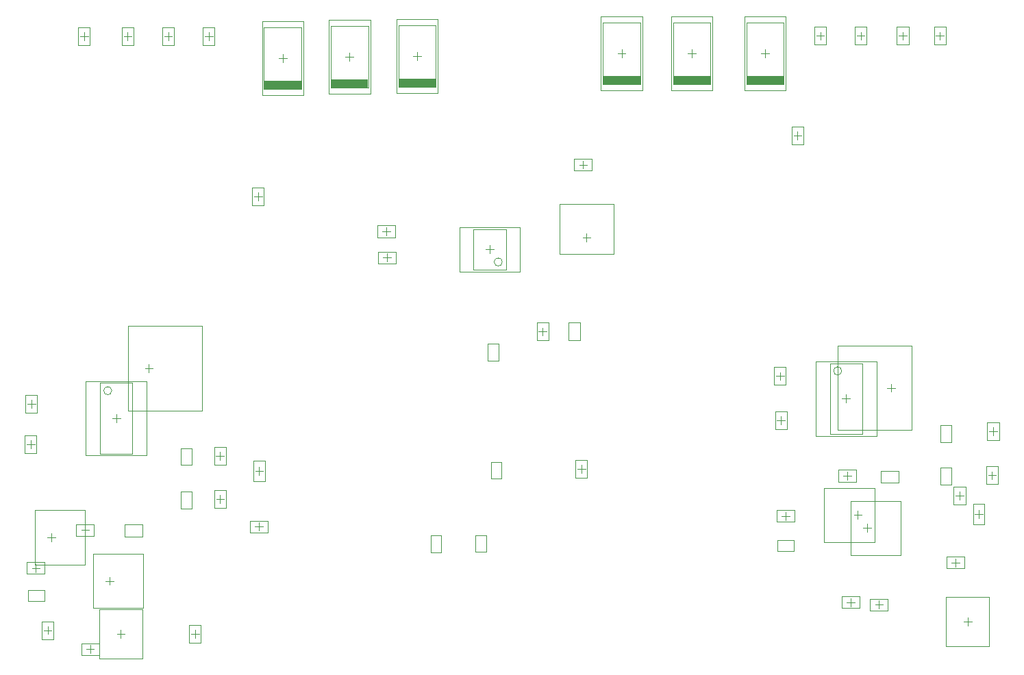
<source format=gm1>
%FSLAX44Y44*%
%MOMM*%
G71*
G01*
G75*
G04 Layer_Color=16711935*
%ADD10O,1.9500X0.6000*%
%ADD11R,1.5000X1.0000*%
%ADD12R,1.0000X1.5000*%
%ADD13R,0.8000X1.2000*%
%ADD14R,1.2000X0.6000*%
%ADD15R,2.2000X1.2000*%
%ADD16R,3.0500X1.1000*%
%ADD17R,6.5000X5.5500*%
%ADD18R,1.1000X3.0500*%
%ADD19R,5.5500X6.5000*%
%ADD20R,1.1000X1.3500*%
%ADD21R,1.3500X1.1000*%
%ADD22R,1.2500X1.4500*%
%ADD23R,1.4500X1.2500*%
%ADD24R,1.5000X1.2000*%
%ADD25R,1.5000X1.0000*%
%ADD26C,1.0000*%
%ADD27C,0.6000*%
%ADD28C,1.5000*%
%ADD29C,0.8000*%
%ADD30C,0.4000*%
%ADD31C,0.3000*%
%ADD32C,0.2000*%
%ADD33C,0.1000*%
%ADD34R,4.6000X1.0222*%
%ADD35R,1.5000X1.5000*%
%ADD36C,1.5000*%
%ADD37R,1.5000X1.5000*%
%ADD38R,1.5240X1.5240*%
%ADD39C,1.5240*%
%ADD40C,4.7600*%
%ADD41R,1.6900X1.6900*%
%ADD42C,1.6900*%
%ADD43O,2.5000X1.5000*%
%ADD44C,0.7000*%
%ADD45C,1.2700*%
%ADD46R,5.3000X2.8000*%
%ADD47R,6.0000X2.1000*%
%ADD48R,3.9500X2.0500*%
%ADD49R,9.4000X6.8000*%
%ADD50R,2.4500X2.5500*%
%ADD51R,8.0000X10.0000*%
%ADD52C,0.5000*%
%ADD53C,0.2500*%
%ADD54C,0.2540*%
%ADD55C,0.0254*%
%ADD56C,0.1540*%
%ADD57C,0.1500*%
%ADD58O,2.1500X0.8000*%
%ADD59R,1.7000X1.2000*%
%ADD60R,1.2000X1.7000*%
%ADD61R,1.0000X1.4000*%
%ADD62R,1.4000X0.8000*%
%ADD63R,2.4000X1.4000*%
%ADD64R,3.2500X1.3000*%
%ADD65R,6.7000X5.7500*%
%ADD66R,1.3000X3.2500*%
%ADD67R,5.7500X6.7000*%
%ADD68R,1.3000X1.5500*%
%ADD69R,1.5500X1.3000*%
%ADD70R,1.4500X1.6500*%
%ADD71R,1.6500X1.4500*%
%ADD72R,1.7000X1.4000*%
%ADD73R,1.7000X1.2000*%
%ADD74R,1.7000X1.7000*%
%ADD75C,1.7000*%
%ADD76R,1.7000X1.7000*%
%ADD77R,1.6256X1.6256*%
%ADD78C,1.6256*%
%ADD79C,4.9600*%
%ADD80R,1.8900X1.8900*%
%ADD81C,1.8900*%
%ADD82O,2.7000X1.7000*%
%ADD83C,0.9000*%
%ADD84C,1.4700*%
%ADD85R,5.5000X3.0000*%
%ADD86R,6.2000X2.3000*%
%ADD87R,4.1500X2.2500*%
%ADD88R,9.6000X7.0000*%
%ADD89R,2.6500X2.7500*%
%ADD90R,8.2000X10.2000*%
%ADD91R,1.3080X1.0160*%
%ADD92R,1.3330X1.0160*%
D33*
X656000Y680000D02*
G03*
X656000Y680000I-5000J0D01*
G01*
X173250Y520750D02*
G03*
X173250Y520750I-5000J0D01*
G01*
X1075500Y545250D02*
G03*
X1075500Y545250I-5000J0D01*
G01*
X660500Y670500D02*
Y720500D01*
X620500Y670500D02*
Y720500D01*
Y670500D02*
X660500D01*
X620500Y720500D02*
X660500D01*
X746500Y413000D02*
X761000D01*
X746500Y435000D02*
X761000D01*
X746500Y413000D02*
Y435000D01*
X761000Y413000D02*
Y435000D01*
X81000Y493250D02*
Y515250D01*
X66500Y493250D02*
Y515250D01*
X81000D01*
X66500Y493250D02*
X81000D01*
X131750Y970000D02*
X146250D01*
X131750Y948000D02*
X146250D01*
X131750D02*
Y970000D01*
X146250Y948000D02*
Y970000D01*
X1204250Y948500D02*
Y970500D01*
X1189750Y948500D02*
Y970500D01*
Y948500D02*
X1204250D01*
X1189750Y970500D02*
X1204250D01*
X269000Y230750D02*
X283500D01*
X269000Y208750D02*
X283500D01*
X269000D02*
Y230750D01*
X283500Y208750D02*
Y230750D01*
X1228500Y380000D02*
Y402000D01*
X1214000Y380000D02*
Y402000D01*
Y380000D02*
X1228500D01*
X1214000Y402000D02*
X1228500D01*
X151500Y341250D02*
Y355750D01*
X129500Y341250D02*
Y355750D01*
Y341250D02*
X151500D01*
X129500Y355750D02*
X151500D01*
X1071250Y422750D02*
X1093250D01*
X1071250Y408250D02*
X1093250D01*
X1071250D02*
Y422750D01*
X1093250Y408250D02*
Y422750D01*
X698500Y582750D02*
X713000D01*
X698500Y604750D02*
X713000D01*
X698500Y582750D02*
Y604750D01*
X713000Y582750D02*
Y604750D01*
X68500Y308750D02*
X90500D01*
X68500Y294250D02*
X90500D01*
X68500D02*
Y308750D01*
X90500Y294250D02*
Y308750D01*
X185750Y970000D02*
X200250D01*
X185750Y948000D02*
X200250D01*
X185750D02*
Y970000D01*
X200250Y948000D02*
Y970000D01*
X1158250Y948500D02*
Y970500D01*
X1143750Y948500D02*
Y970500D01*
Y948500D02*
X1158250D01*
X1143750Y970500D02*
X1158250D01*
X86750Y213500D02*
X101250D01*
X86750Y235500D02*
X101250D01*
Y213500D02*
Y235500D01*
X86750Y213500D02*
Y235500D01*
X1076000Y266250D02*
X1098000D01*
X1076000Y251750D02*
X1098000D01*
Y266250D01*
X1076000Y251750D02*
Y266250D01*
X157500Y193750D02*
Y208250D01*
X135500Y193750D02*
Y208250D01*
Y193750D02*
X157500D01*
X135500Y208250D02*
X157500D01*
X1110750Y263500D02*
X1132750D01*
X1110750Y249000D02*
X1132750D01*
X1110750D02*
Y263500D01*
X1132750Y249000D02*
Y263500D01*
X250250Y948000D02*
Y970000D01*
X235750Y948000D02*
Y970000D01*
Y948000D02*
X250250D01*
X235750Y970000D02*
X250250D01*
X1091750Y970500D02*
X1106250D01*
X1091750Y948500D02*
X1106250D01*
X1091750D02*
Y970500D01*
X1106250Y948500D02*
Y970500D01*
X65750Y443500D02*
Y465500D01*
X80250Y443500D02*
Y465500D01*
X65750Y443500D02*
X80250D01*
X65750Y465500D02*
X80250D01*
X286000Y970000D02*
X300500D01*
X286000Y948000D02*
X300500D01*
X286000D02*
Y970000D01*
X300500Y948000D02*
Y970000D01*
X1056250Y948500D02*
Y970500D01*
X1041750Y948500D02*
Y970500D01*
Y948500D02*
X1056250D01*
X1041750Y970500D02*
X1056250D01*
X300000Y376000D02*
X314500D01*
X300000Y398000D02*
X314500D01*
X300000Y376000D02*
Y398000D01*
X314500Y376000D02*
Y398000D01*
X314250Y429250D02*
Y451250D01*
X299750Y429250D02*
Y451250D01*
X314250D01*
X299750Y429250D02*
X314250D01*
X366000Y345500D02*
Y360000D01*
X344000Y345500D02*
Y360000D01*
Y345500D02*
X366000D01*
X344000Y360000D02*
X366000D01*
X993250Y473000D02*
Y495000D01*
X1007750Y473000D02*
Y495000D01*
X993250Y473000D02*
X1007750D01*
X993250Y495000D02*
X1007750D01*
X1017000Y358500D02*
Y373000D01*
X995000Y358500D02*
Y373000D01*
Y358500D02*
X1017000D01*
X995000Y373000D02*
X1017000D01*
X1006500Y527750D02*
Y549750D01*
X992000Y527750D02*
Y549750D01*
X1006500D01*
X992000Y527750D02*
X1006500D01*
X1255500Y459500D02*
X1270000D01*
X1255500Y481500D02*
X1270000D01*
X1255500Y459500D02*
Y481500D01*
X1270000Y459500D02*
Y481500D01*
X1205500Y315500D02*
X1227500D01*
X1205500Y301000D02*
X1227500D01*
X1205500D02*
Y315500D01*
X1227500Y301000D02*
Y315500D01*
X501500Y710500D02*
Y725000D01*
X523500Y710500D02*
Y725000D01*
X501500D02*
X523500D01*
X501500Y710500D02*
X523500D01*
X502500Y678250D02*
X524500D01*
X502500Y692750D02*
X524500D01*
Y678250D02*
Y692750D01*
X502500Y678250D02*
Y692750D01*
X1254250Y405000D02*
X1268750D01*
X1254250Y427000D02*
X1268750D01*
X1254250Y405000D02*
Y427000D01*
X1268750Y405000D02*
Y427000D01*
X1238000Y355250D02*
X1252000D01*
X1238000Y380750D02*
X1252000D01*
Y355250D02*
Y380750D01*
X1238000Y355250D02*
Y380750D01*
X348500Y409000D02*
Y434500D01*
X362500Y409000D02*
Y434500D01*
X348500D02*
X362500D01*
X348500Y409000D02*
X362500D01*
X157850Y250500D02*
X211150D01*
X157850Y189500D02*
X211150D01*
X157850D02*
Y250500D01*
X211150Y189500D02*
Y250500D01*
X1257900Y204500D02*
Y265500D01*
X1204600Y204500D02*
Y265500D01*
Y204500D02*
X1257900D01*
X1204600Y265500D02*
X1257900D01*
X1013750Y825250D02*
X1028250D01*
X1013750Y847250D02*
X1028250D01*
Y825250D02*
Y847250D01*
X1013750Y825250D02*
Y847250D01*
X78250Y305750D02*
Y372750D01*
X140250Y305750D02*
Y372750D01*
X78250Y305750D02*
X140250D01*
X78250Y372750D02*
X140250D01*
X1054000Y333500D02*
X1116000D01*
X1054000Y400500D02*
X1116000D01*
X1054000Y333500D02*
Y400500D01*
X1116000Y333500D02*
Y400500D01*
X150000Y252000D02*
Y319000D01*
X212000Y252000D02*
Y319000D01*
X150000D02*
X212000D01*
X150000Y252000D02*
X212000D01*
X1086250Y317500D02*
X1148250D01*
X1086250Y384500D02*
X1148250D01*
Y317500D02*
Y384500D01*
X1086250Y317500D02*
Y384500D01*
X726750Y689750D02*
X793750D01*
X726750Y751750D02*
X793750D01*
X726750Y689750D02*
Y751750D01*
X793750Y689750D02*
Y751750D01*
X193750Y496250D02*
Y600750D01*
X285150Y496250D02*
Y600750D01*
X193750Y496250D02*
X285150D01*
X193750Y600750D02*
X285150D01*
X1070600Y576500D02*
X1162000D01*
X1070600Y472000D02*
X1162000D01*
X1070600D02*
Y576500D01*
X1162000Y472000D02*
Y576500D01*
X90500Y260750D02*
Y274250D01*
X69500Y260750D02*
Y274250D01*
Y260750D02*
X90500D01*
X69500Y274250D02*
X90500D01*
X272000Y428750D02*
Y449750D01*
X258500Y428750D02*
Y449750D01*
X272000D01*
X258500Y428750D02*
X272000D01*
X258500Y375250D02*
X272000D01*
X258500Y396250D02*
X272000D01*
X258500Y375250D02*
Y396250D01*
X272000Y375250D02*
Y396250D01*
X637750Y557750D02*
Y578750D01*
X651250Y557750D02*
Y578750D01*
X637750Y557750D02*
X651250D01*
X637750Y578750D02*
X651250D01*
X622500Y321250D02*
X636000D01*
X622500Y342250D02*
X636000D01*
X622500Y321250D02*
Y342250D01*
X636000Y321250D02*
Y342250D01*
X995750Y336250D02*
X1016750D01*
X995750Y322750D02*
X1016750D01*
X995750D02*
Y336250D01*
X1016750Y322750D02*
Y336250D01*
X1197250Y457000D02*
X1210750D01*
X1197250Y478000D02*
X1210750D01*
X1197250Y457000D02*
Y478000D01*
X1210750Y457000D02*
Y478000D01*
X1211250Y404750D02*
Y425750D01*
X1197750Y404750D02*
Y425750D01*
X1211250D01*
X1197750Y404750D02*
X1211250D01*
X641750Y411750D02*
X655250D01*
X641750Y432750D02*
X655250D01*
X641750Y411750D02*
Y432750D01*
X655250Y411750D02*
Y432750D01*
X580750Y320500D02*
Y341500D01*
X567250Y320500D02*
Y341500D01*
X580750D01*
X567250Y320500D02*
X580750D01*
X189250Y340500D02*
Y355000D01*
X211250Y340500D02*
Y355000D01*
X189250D02*
X211250D01*
X189250Y340500D02*
X211250D01*
X1124250Y406750D02*
X1146250D01*
X1124250Y421250D02*
X1146250D01*
Y406750D02*
Y421250D01*
X1124250Y406750D02*
Y421250D01*
X737750Y583250D02*
X752250D01*
X737750Y605250D02*
X752250D01*
X737750Y583250D02*
Y605250D01*
X752250Y583250D02*
Y605250D01*
X767000Y793000D02*
Y807500D01*
X745000Y793000D02*
Y807500D01*
Y793000D02*
X767000D01*
X745000Y807500D02*
X767000D01*
X158750Y442750D02*
Y530250D01*
X198750Y442750D02*
Y530250D01*
X158750D02*
X198750D01*
X158750Y442750D02*
X198750D01*
X1061000Y467250D02*
X1101000D01*
X1061000Y554750D02*
X1101000D01*
Y467250D02*
Y554750D01*
X1061000Y467250D02*
Y554750D01*
X347000Y749750D02*
Y771750D01*
X361500Y749750D02*
Y771750D01*
X347000D02*
X361500D01*
X347000Y749750D02*
X361500D01*
X527500Y896500D02*
Y972500D01*
X573500Y896500D02*
Y972500D01*
X527500D02*
X573500D01*
X527500Y896500D02*
X573500D01*
X444250Y895750D02*
Y971750D01*
X490250Y895750D02*
Y971750D01*
X444250D02*
X490250D01*
X444250Y895750D02*
X490250D01*
X361500Y894000D02*
X407500D01*
X361500Y970000D02*
X407500D01*
Y894000D02*
Y970000D01*
X361500Y894000D02*
Y970000D01*
X958000Y899750D02*
X1004000D01*
X958000Y975750D02*
X1004000D01*
Y899750D02*
Y975750D01*
X958000Y899750D02*
Y975750D01*
X867000Y899750D02*
X913000D01*
X867000Y975750D02*
X913000D01*
Y899750D02*
Y975750D01*
X867000Y899750D02*
Y975750D01*
X780500Y900000D02*
Y976000D01*
X826500Y900000D02*
Y976000D01*
X780500D02*
X826500D01*
X780500Y900000D02*
X826500D01*
X678000Y668000D02*
Y723000D01*
X603000Y668000D02*
Y723000D01*
Y668000D02*
X678000D01*
X603000Y723000D02*
X678000D01*
X635500Y695500D02*
X645500D01*
X640500Y690500D02*
Y700500D01*
X748750Y424000D02*
X758750D01*
X753750Y419000D02*
Y429000D01*
X73750Y499250D02*
Y509250D01*
X68750Y504250D02*
X78750D01*
X134000Y959000D02*
X144000D01*
X139000Y954000D02*
Y964000D01*
X1197000Y954500D02*
Y964500D01*
X1192000Y959500D02*
X1202000D01*
X271250Y219750D02*
X281250D01*
X276250Y214750D02*
Y224750D01*
X1221250Y386000D02*
Y396000D01*
X1216250Y391000D02*
X1226250D01*
X140500Y343500D02*
Y353500D01*
X135500Y348500D02*
X145500D01*
X1077250Y415500D02*
X1087250D01*
X1082250Y410500D02*
Y420500D01*
X700750Y593750D02*
X710750D01*
X705750Y588750D02*
Y598750D01*
X74500Y301500D02*
X84500D01*
X79500Y296500D02*
Y306500D01*
X188000Y959000D02*
X198000D01*
X193000Y954000D02*
Y964000D01*
X1151000Y954500D02*
Y964500D01*
X1146000Y959500D02*
X1156000D01*
X89000Y224500D02*
X99000D01*
X94000Y219500D02*
Y229500D01*
X1082000Y259000D02*
X1092000D01*
X1087000Y254000D02*
Y264000D01*
X146500Y196000D02*
Y206000D01*
X141500Y201000D02*
X151500D01*
X1116750Y256250D02*
X1126750D01*
X1121750Y251250D02*
Y261250D01*
X243000Y954000D02*
Y964000D01*
X238000Y959000D02*
X248000D01*
X1094000Y959500D02*
X1104000D01*
X1099000Y954500D02*
Y964500D01*
X73000Y449500D02*
Y459500D01*
X68000Y454500D02*
X78000D01*
X288250Y959000D02*
X298250D01*
X293250Y954000D02*
Y964000D01*
X1049000Y954500D02*
Y964500D01*
X1044000Y959500D02*
X1054000D01*
X302250Y387000D02*
X312250D01*
X307250Y382000D02*
Y392000D01*
X307000Y435250D02*
Y445250D01*
X302000Y440250D02*
X312000D01*
X355000Y347750D02*
Y357750D01*
X350000Y352750D02*
X360000D01*
X1000500Y479000D02*
Y489000D01*
X995500Y484000D02*
X1005500D01*
X1006000Y360750D02*
Y370750D01*
X1001000Y365750D02*
X1011000D01*
X999250Y533750D02*
Y543750D01*
X994250Y538750D02*
X1004250D01*
X1257750Y470500D02*
X1267750D01*
X1262750Y465500D02*
Y475500D01*
X1211500Y308250D02*
X1221500D01*
X1216500Y303250D02*
Y313250D01*
X512500Y712750D02*
Y722750D01*
X507500Y717750D02*
X517500D01*
X508500Y685500D02*
X518500D01*
X513500Y680500D02*
Y690500D01*
X1256500Y416000D02*
X1266500D01*
X1261500Y411000D02*
Y421000D01*
X1245000Y363000D02*
Y373000D01*
X1240000Y368000D02*
X1250000D01*
X350500Y421750D02*
X360500D01*
X355500Y416750D02*
Y426750D01*
X184500Y215000D02*
Y225000D01*
X179500Y220000D02*
X189500D01*
X1226250Y235000D02*
X1236250D01*
X1231250Y230000D02*
Y240000D01*
X1016000Y836250D02*
X1026000D01*
X1021000Y831250D02*
Y841250D01*
X93750Y339250D02*
X103750D01*
X98750Y334250D02*
Y344250D01*
X1095500Y362000D02*
Y372000D01*
X1090500Y367000D02*
X1100500D01*
X165500Y285500D02*
X175500D01*
X170500Y280500D02*
Y290500D01*
X1106750Y346000D02*
Y356000D01*
X1101750Y351000D02*
X1111750D01*
X760250Y705250D02*
Y715250D01*
X755250Y710250D02*
X765250D01*
X214250Y548500D02*
X224250D01*
X219250Y543500D02*
Y553500D01*
X1136500Y519250D02*
Y529250D01*
X1131500Y524250D02*
X1141500D01*
X756000Y795250D02*
Y805250D01*
X751000Y800250D02*
X761000D01*
X141250Y440500D02*
Y532500D01*
X216250Y440500D02*
Y532500D01*
X141250D02*
X216250D01*
X141250Y440500D02*
X216250D01*
X173750Y486500D02*
X183750D01*
X178750Y481500D02*
Y491500D01*
X1081000Y506000D02*
Y516000D01*
X1076000Y511000D02*
X1086000D01*
X1043500Y465000D02*
X1118500D01*
X1043500Y557000D02*
X1118500D01*
Y465000D02*
Y557000D01*
X1043500Y465000D02*
Y557000D01*
X354250Y755750D02*
Y765750D01*
X349250Y760750D02*
X359250D01*
X545500Y934500D02*
X555500D01*
X550500Y929500D02*
Y939500D01*
X525000Y889000D02*
Y980000D01*
X576000Y889000D02*
Y980000D01*
X525000D02*
X576000D01*
X525000Y889000D02*
X576000D01*
X462250Y933750D02*
X472250D01*
X467250Y928750D02*
Y938750D01*
X441750Y888250D02*
Y979250D01*
X492750Y888250D02*
Y979250D01*
X441750D02*
X492750D01*
X441750Y888250D02*
X492750D01*
X359000Y886500D02*
X410000D01*
X359000Y977500D02*
X410000D01*
Y886500D02*
Y977500D01*
X359000Y886500D02*
Y977500D01*
X384500Y927000D02*
Y937000D01*
X379500Y932000D02*
X389500D01*
X955500Y892250D02*
X1006500D01*
X955500Y983250D02*
X1006500D01*
Y892250D02*
Y983250D01*
X955500Y892250D02*
Y983250D01*
X981000Y932750D02*
Y942750D01*
X976000Y937750D02*
X986000D01*
X864500Y892250D02*
X915500D01*
X864500Y983250D02*
X915500D01*
Y892250D02*
Y983250D01*
X864500Y892250D02*
Y983250D01*
X890000Y932750D02*
Y942750D01*
X885000Y937750D02*
X895000D01*
X798500Y938000D02*
X808500D01*
X803500Y933000D02*
Y943000D01*
X778000Y892500D02*
Y983500D01*
X829000Y892500D02*
Y983500D01*
X778000D02*
X829000D01*
X778000Y892500D02*
X829000D01*
D34*
X550500Y901612D02*
D03*
X467250Y900862D02*
D03*
X384500Y899112D02*
D03*
X981000Y904862D02*
D03*
X890000D02*
D03*
X803500Y905112D02*
D03*
M02*

</source>
